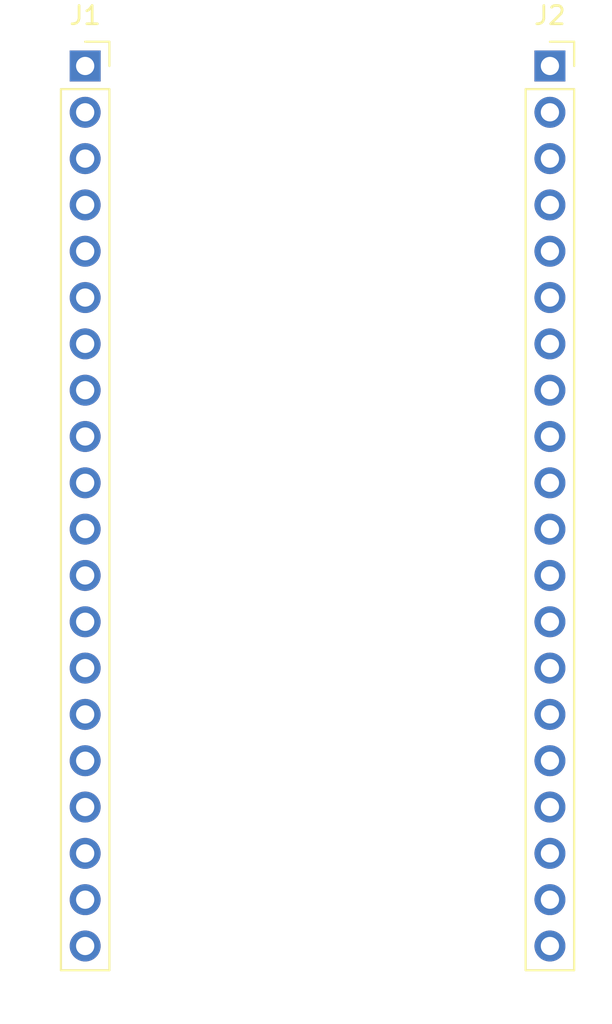
<source format=kicad_pcb>
(kicad_pcb (version 20241229) (generator "pcbnew") (generator_version "9.0")
  (layers (0 "F.Cu" signal) (2 "B.Cu" signal) (13 "F.Paste" user) (15 "B.Paste" user) (5 "F.SilkS" user "F.Silkscreen") (7 "B.SilkS" user "B.Silkscreen") (1 "F.Mask" user) (3 "B.Mask" user) (25 "Edge.Cuts" user))
  (net 0 "")
  (net 1 "Net-(J2-Pin_1)")
  (net 6 "Net-(J2-Pin_6)")
  (net 12 "Net-(J2-Pin_12)")
  (net 13 "Net-(J2-Pin_13)")
  (net 14 "Net-(J2-Pin_14)")
  (net 15 "Net-(J2-Pin_15)")
  (net 17 "Net-(J2-Pin_17)")
  (net 28 "Net-(J1-Pin_8)")
  (net 29 "Net-(J1-Pin_9)")
  (net 31 "Net-(J1-Pin_11)")
  (net 32 "Net-(J1-Pin_12)")
  (footprint "Connector_PinSocket_2.54mm:PinSocket_1x20_P2.54mm_Vertical" (layer "F.Cu") (at 127 71.75)
    (property "Reference" "J1" (at 0 -2.77 0) (layer "F.SilkS"))
    (property "Value" "Conn_01x20")
    (fp_line (start -1.33 1.27) (end -1.33 49.59) (stroke (width 0.12)) (layer "F.SilkS"))
    (fp_line (start -1.33 1.27) (end 1.33 1.27) (stroke (width 0.12)) (layer "F.SilkS"))
    (fp_line (start -1.33 49.59) (end 1.33 49.59) (stroke (width 0.12)) (layer "F.SilkS"))
    (fp_line (start 0 -1.33) (end 1.33 -1.33) (stroke (width 0.12)) (layer "F.SilkS"))
    (fp_line (start 1.33 -1.33) (end 1.33 0) (stroke (width 0.12)) (layer "F.SilkS"))
    (fp_line (start 1.33 1.27) (end 1.33 49.59) (stroke (width 0.12)) (layer "F.SilkS"))
    (pad "1" thru_hole rect (at 0 0) (size 1.7 1.7) (drill 1) (layers "*.Cu" "*.Mask"))
    (pad "2" thru_hole circle (at 0 2.54) (size 1.7 1.7) (drill 1) (layers "*.Cu" "*.Mask"))
    (pad "3" thru_hole circle (at 0 5.08) (size 1.7 1.7) (drill 1) (layers "*.Cu" "*.Mask"))
    (pad "4" thru_hole circle (at 0 7.62) (size 1.7 1.7) (drill 1) (layers "*.Cu" "*.Mask"))
    (pad "5" thru_hole circle (at 0 10.16) (size 1.7 1.7) (drill 1) (layers "*.Cu" "*.Mask"))
    (pad "6" thru_hole circle (at 0 12.7) (size 1.7 1.7) (drill 1) (layers "*.Cu" "*.Mask"))
    (pad "7" thru_hole circle (at 0 15.24) (size 1.7 1.7) (drill 1) (layers "*.Cu" "*.Mask"))
    (pad "8" thru_hole circle (at 0 17.78) (size 1.7 1.7) (drill 1) (layers "*.Cu" "*.Mask") (net 28 "Net-(J1-Pin_8)"))
    (pad "9" thru_hole circle (at 0 20.32) (size 1.7 1.7) (drill 1) (layers "*.Cu" "*.Mask") (net 29 "Net-(J1-Pin_9)"))
    (pad "10" thru_hole circle (at 0 22.86) (size 1.7 1.7) (drill 1) (layers "*.Cu" "*.Mask"))
    (pad "11" thru_hole circle (at 0 25.4) (size 1.7 1.7) (drill 1) (layers "*.Cu" "*.Mask") (net 31 "Net-(J1-Pin_11)"))
    (pad "12" thru_hole circle (at 0 27.94) (size 1.7 1.7) (drill 1) (layers "*.Cu" "*.Mask") (net 32 "Net-(J1-Pin_12)"))
    (pad "13" thru_hole circle (at 0 30.48) (size 1.7 1.7) (drill 1) (layers "*.Cu" "*.Mask"))
    (pad "14" thru_hole circle (at 0 33.02) (size 1.7 1.7) (drill 1) (layers "*.Cu" "*.Mask"))
    (pad "15" thru_hole circle (at 0 35.56) (size 1.7 1.7) (drill 1) (layers "*.Cu" "*.Mask"))
    (pad "16" thru_hole circle (at 0 38.1) (size 1.7 1.7) (drill 1) (layers "*.Cu" "*.Mask"))
    (pad "17" thru_hole circle (at 0 40.64) (size 1.7 1.7) (drill 1) (layers "*.Cu" "*.Mask"))
    (pad "18" thru_hole circle (at 0 43.18) (size 1.7 1.7) (drill 1) (layers "*.Cu" "*.Mask"))
    (pad "19" thru_hole circle (at 0 45.72) (size 1.7 1.7) (drill 1) (layers "*.Cu" "*.Mask"))
    (pad "20" thru_hole circle (at 0 48.26) (size 1.7 1.7) (drill 1) (layers "*.Cu" "*.Mask"))
  )
  (footprint "Connector_PinSocket_2.54mm:PinSocket_1x20_P2.54mm_Vertical" (layer "F.Cu") (at 152.5 71.75)
    (property "Reference" "J2" (at 0 -2.77 0) (layer "F.SilkS"))
    (property "Value" "Conn_01x20")
    (fp_line (start -1.33 1.27) (end -1.33 49.59) (stroke (width 0.12)) (layer "F.SilkS"))
    (fp_line (start -1.33 1.27) (end 1.33 1.27) (stroke (width 0.12)) (layer "F.SilkS"))
    (fp_line (start -1.33 49.59) (end 1.33 49.59) (stroke (width 0.12)) (layer "F.SilkS"))
    (fp_line (start 0 -1.33) (end 1.33 -1.33) (stroke (width 0.12)) (layer "F.SilkS"))
    (fp_line (start 1.33 -1.33) (end 1.33 0) (stroke (width 0.12)) (layer "F.SilkS"))
    (fp_line (start 1.33 1.27) (end 1.33 49.59) (stroke (width 0.12)) (layer "F.SilkS"))
    (pad "1" thru_hole rect (at 0 0) (size 1.7 1.7) (drill 1) (layers "*.Cu" "*.Mask") (net 1 "Net-(J2-Pin_1)"))
    (pad "2" thru_hole circle (at 0 2.54) (size 1.7 1.7) (drill 1) (layers "*.Cu" "*.Mask"))
    (pad "3" thru_hole circle (at 0 5.08) (size 1.7 1.7) (drill 1) (layers "*.Cu" "*.Mask"))
    (pad "4" thru_hole circle (at 0 7.62) (size 1.7 1.7) (drill 1) (layers "*.Cu" "*.Mask"))
    (pad "5" thru_hole circle (at 0 10.16) (size 1.7 1.7) (drill 1) (layers "*.Cu" "*.Mask"))
    (pad "6" thru_hole circle (at 0 12.7) (size 1.7 1.7) (drill 1) (layers "*.Cu" "*.Mask") (net 6 "Net-(J2-Pin_6)"))
    (pad "7" thru_hole circle (at 0 15.24) (size 1.7 1.7) (drill 1) (layers "*.Cu" "*.Mask"))
    (pad "8" thru_hole circle (at 0 17.78) (size 1.7 1.7) (drill 1) (layers "*.Cu" "*.Mask"))
    (pad "9" thru_hole circle (at 0 20.32) (size 1.7 1.7) (drill 1) (layers "*.Cu" "*.Mask"))
    (pad "10" thru_hole circle (at 0 22.86) (size 1.7 1.7) (drill 1) (layers "*.Cu" "*.Mask"))
    (pad "11" thru_hole circle (at 0 25.4) (size 1.7 1.7) (drill 1) (layers "*.Cu" "*.Mask"))
    (pad "12" thru_hole circle (at 0 27.94) (size 1.7 1.7) (drill 1) (layers "*.Cu" "*.Mask") (net 12 "Net-(J2-Pin_12)"))
    (pad "13" thru_hole circle (at 0 30.48) (size 1.7 1.7) (drill 1) (layers "*.Cu" "*.Mask") (net 13 "Net-(J2-Pin_13)"))
    (pad "14" thru_hole circle (at 0 33.02) (size 1.7 1.7) (drill 1) (layers "*.Cu" "*.Mask") (net 14 "Net-(J2-Pin_14)"))
    (pad "15" thru_hole circle (at 0 35.56) (size 1.7 1.7) (drill 1) (layers "*.Cu" "*.Mask") (net 15 "Net-(J2-Pin_15)"))
    (pad "16" thru_hole circle (at 0 38.1) (size 1.7 1.7) (drill 1) (layers "*.Cu" "*.Mask"))
    (pad "17" thru_hole circle (at 0 40.64) (size 1.7 1.7) (drill 1) (layers "*.Cu" "*.Mask") (net 17 "Net-(J2-Pin_17)"))
    (pad "18" thru_hole circle (at 0 43.18) (size 1.7 1.7) (drill 1) (layers "*.Cu" "*.Mask"))
    (pad "19" thru_hole circle (at 0 45.72) (size 1.7 1.7) (drill 1) (layers "*.Cu" "*.Mask"))
    (pad "20" thru_hole circle (at 0 48.26) (size 1.7 1.7) (drill 1) (layers "*.Cu" "*.Mask"))
  )
)
</source>
